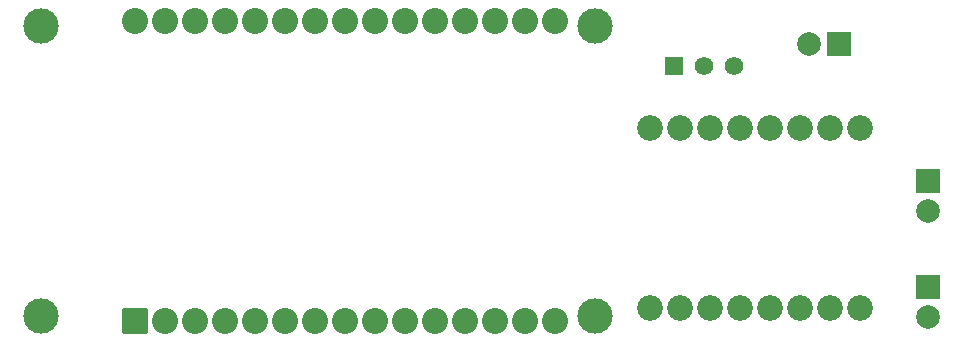
<source format=gbr>
%TF.GenerationSoftware,KiCad,Pcbnew,8.0.4*%
%TF.CreationDate,2025-02-11T11:06:45-05:00*%
%TF.ProjectId,plusle,706c7573-6c65-42e6-9b69-6361645f7063,rev?*%
%TF.SameCoordinates,Original*%
%TF.FileFunction,Soldermask,Top*%
%TF.FilePolarity,Negative*%
%FSLAX46Y46*%
G04 Gerber Fmt 4.6, Leading zero omitted, Abs format (unit mm)*
G04 Created by KiCad (PCBNEW 8.0.4) date 2025-02-11 11:06:45*
%MOMM*%
%LPD*%
G01*
G04 APERTURE LIST*
G04 Aperture macros list*
%AMRoundRect*
0 Rectangle with rounded corners*
0 $1 Rounding radius*
0 $2 $3 $4 $5 $6 $7 $8 $9 X,Y pos of 4 corners*
0 Add a 4 corners polygon primitive as box body*
4,1,4,$2,$3,$4,$5,$6,$7,$8,$9,$2,$3,0*
0 Add four circle primitives for the rounded corners*
1,1,$1+$1,$2,$3*
1,1,$1+$1,$4,$5*
1,1,$1+$1,$6,$7*
1,1,$1+$1,$8,$9*
0 Add four rect primitives between the rounded corners*
20,1,$1+$1,$2,$3,$4,$5,0*
20,1,$1+$1,$4,$5,$6,$7,0*
20,1,$1+$1,$6,$7,$8,$9,0*
20,1,$1+$1,$8,$9,$2,$3,0*%
G04 Aperture macros list end*
%ADD10R,2.000000X2.000000*%
%ADD11C,2.000000*%
%ADD12C,3.000000*%
%ADD13RoundRect,0.102000X1.000000X-1.000000X1.000000X1.000000X-1.000000X1.000000X-1.000000X-1.000000X0*%
%ADD14C,2.204000*%
%ADD15RoundRect,0.102000X-0.679000X-0.679000X0.679000X-0.679000X0.679000X0.679000X-0.679000X0.679000X0*%
%ADD16C,1.562000*%
%ADD17C,2.184000*%
G04 APERTURE END LIST*
D10*
%TO.C,J2*%
X140650000Y-51825000D03*
D11*
X140650000Y-54365000D03*
%TD*%
D12*
%TO.C,U1*%
X65525000Y-63280000D03*
X112475000Y-63280000D03*
X65525000Y-38770000D03*
X112475000Y-38770000D03*
D13*
X73485000Y-63700000D03*
D14*
X76025000Y-63700000D03*
X78565000Y-63700000D03*
X81105000Y-63700000D03*
X83645000Y-63700000D03*
X86185000Y-63700000D03*
X88725000Y-63700000D03*
X91265000Y-63700000D03*
X93805000Y-63700000D03*
X96345000Y-63700000D03*
X98885000Y-63700000D03*
X101425000Y-63700000D03*
X103965000Y-63700000D03*
X106505000Y-63700000D03*
X109045000Y-63700000D03*
X109045000Y-38300000D03*
X106505000Y-38300000D03*
X103965000Y-38300000D03*
X101425000Y-38300000D03*
X98885000Y-38300000D03*
X96345000Y-38300000D03*
X93805000Y-38300000D03*
X91265000Y-38300000D03*
X88725000Y-38300000D03*
X86185000Y-38300000D03*
X83645000Y-38300000D03*
X81105000Y-38300000D03*
X78565000Y-38300000D03*
X76025000Y-38300000D03*
X73485000Y-38300000D03*
%TD*%
D15*
%TO.C,PS1*%
X119172500Y-42150000D03*
D16*
X121712500Y-42150000D03*
X124252500Y-42150000D03*
%TD*%
D10*
%TO.C,J3*%
X140650000Y-60825000D03*
D11*
X140650000Y-63365000D03*
%TD*%
D10*
%TO.C,J1*%
X133140000Y-40300000D03*
D11*
X130600000Y-40300000D03*
%TD*%
D17*
%TO.C,U2*%
X117110000Y-62620000D03*
X119650000Y-62620000D03*
X122190000Y-62620000D03*
X124730000Y-62620000D03*
X127270000Y-62620000D03*
X129810000Y-62620000D03*
X132350000Y-62620000D03*
X134890000Y-62620000D03*
X134890000Y-47380000D03*
X132350000Y-47380000D03*
X129810000Y-47380000D03*
X127270000Y-47380000D03*
X124730000Y-47380000D03*
X122190000Y-47380000D03*
X119650000Y-47380000D03*
X117110000Y-47380000D03*
%TD*%
M02*

</source>
